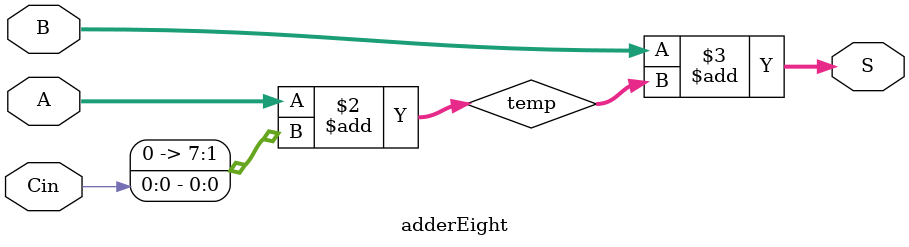
<source format=v>
`timescale 1ns / 1ps


module adderEight(
    input Cin,
    input [7:0] A,
    input [7:0] B,
    output reg [8:0] S
    );
    reg [7:0] temp;
    always@ * begin
    temp = A + {{7{1'b0}},Cin};
    S = B + temp;
    end
endmodule

</source>
